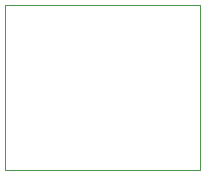
<source format=gbr>
%TF.GenerationSoftware,KiCad,Pcbnew,5.1.10*%
%TF.CreationDate,2021-05-24T18:10:12-07:00*%
%TF.ProjectId,exocam_charge_amp,65786f63-616d-45f6-9368-617267655f61,rev?*%
%TF.SameCoordinates,Original*%
%TF.FileFunction,Profile,NP*%
%FSLAX46Y46*%
G04 Gerber Fmt 4.6, Leading zero omitted, Abs format (unit mm)*
G04 Created by KiCad (PCBNEW 5.1.10) date 2021-05-24 18:10:12*
%MOMM*%
%LPD*%
G01*
G04 APERTURE LIST*
%TA.AperFunction,Profile*%
%ADD10C,0.050000*%
%TD*%
G04 APERTURE END LIST*
D10*
X54610000Y-52070000D02*
X71120000Y-52070000D01*
X54610000Y-66040000D02*
X71120000Y-66040000D01*
X71120000Y-66040000D02*
X71120000Y-52070000D01*
X54610000Y-66040000D02*
X54610000Y-52070000D01*
M02*

</source>
